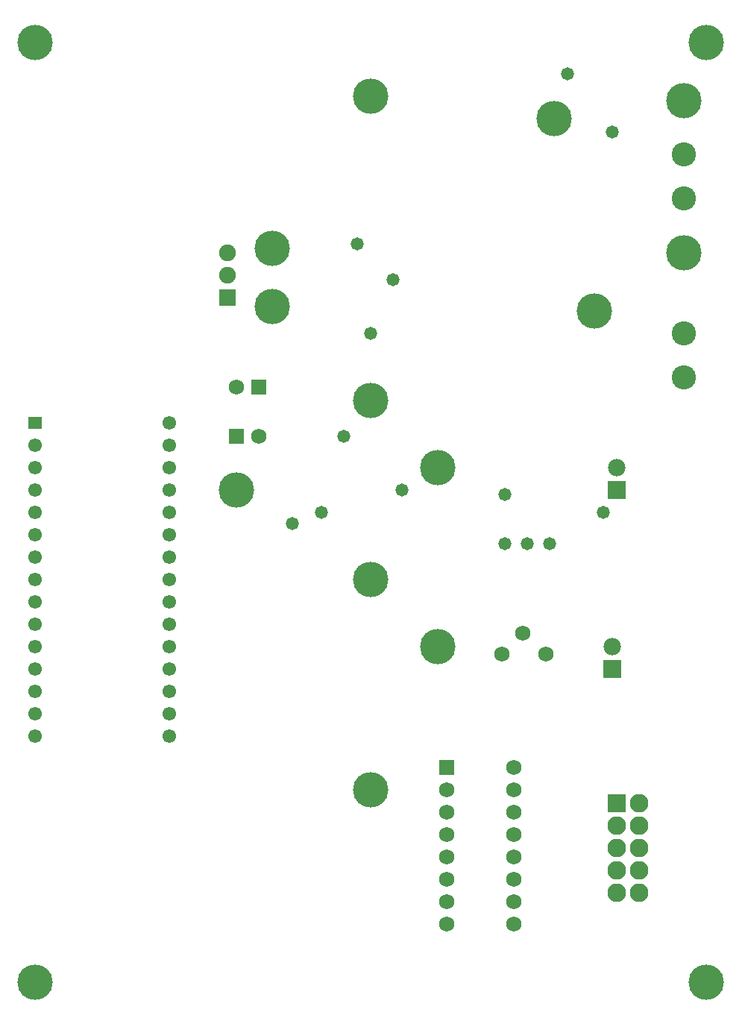
<source format=gbs>
G04 Layer_Color=8150272*
%FSLAX25Y25*%
%MOIN*%
G70*
G01*
G75*
%ADD83C,0.07493*%
%ADD84R,0.07493X0.07493*%
%ADD85R,0.06800X0.06800*%
%ADD86C,0.06800*%
%ADD87R,0.07887X0.07887*%
%ADD88C,0.07800*%
%ADD89C,0.15800*%
%ADD90C,0.05800*%
%ADD91R,0.08300X0.08300*%
%ADD92C,0.08300*%
%ADD93C,0.10800*%
%ADD94R,0.06300X0.05800*%
%ADD95O,0.06300X0.05800*%
D83*
X386000Y436000D02*
D03*
Y426000D02*
D03*
D84*
Y416000D02*
D03*
D85*
X390000Y354000D02*
D03*
X400000Y376000D02*
D03*
X484000Y206000D02*
D03*
D86*
X400000Y354000D02*
D03*
X390000Y376000D02*
D03*
X528185Y256500D02*
D03*
X518000Y266000D02*
D03*
X508500Y256500D02*
D03*
X484000Y196000D02*
D03*
Y186000D02*
D03*
Y176000D02*
D03*
Y166000D02*
D03*
Y156000D02*
D03*
Y146000D02*
D03*
Y136000D02*
D03*
X514000Y206000D02*
D03*
Y196000D02*
D03*
Y186000D02*
D03*
Y176000D02*
D03*
Y166000D02*
D03*
Y156000D02*
D03*
Y146000D02*
D03*
Y136000D02*
D03*
D87*
X560000Y330000D02*
D03*
X558000Y250000D02*
D03*
D88*
X560000Y340000D02*
D03*
X558000Y260000D02*
D03*
D89*
X390000Y330000D02*
D03*
X480000Y340000D02*
D03*
X450000Y196000D02*
D03*
X480000Y260000D02*
D03*
X450000Y506000D02*
D03*
X590000Y436000D02*
D03*
X532000Y496000D02*
D03*
X590000Y504000D02*
D03*
X550000Y410000D02*
D03*
X450000Y370000D02*
D03*
X406000Y412000D02*
D03*
Y438000D02*
D03*
X450000Y290000D02*
D03*
X600000Y110000D02*
D03*
X300000D02*
D03*
X600000Y530000D02*
D03*
X300000D02*
D03*
D90*
X510000Y306000D02*
D03*
X520000D02*
D03*
X530000D02*
D03*
X438000Y354000D02*
D03*
X428000Y320000D02*
D03*
X415000Y315000D02*
D03*
X450000Y400000D02*
D03*
X460000Y424000D02*
D03*
X444000Y440000D02*
D03*
X554000Y320000D02*
D03*
X510000Y328000D02*
D03*
X464000Y330000D02*
D03*
X538000Y516000D02*
D03*
X558000Y490000D02*
D03*
D91*
X560000Y190000D02*
D03*
D92*
X570000D02*
D03*
X560000Y180000D02*
D03*
X570000D02*
D03*
X560000Y170000D02*
D03*
X570000D02*
D03*
X560000Y160000D02*
D03*
X570000D02*
D03*
X560000Y150000D02*
D03*
X570000D02*
D03*
D93*
X590000Y460157D02*
D03*
Y479843D02*
D03*
Y380157D02*
D03*
Y399843D02*
D03*
D94*
X300000Y360000D02*
D03*
D95*
Y350000D02*
D03*
Y340000D02*
D03*
Y330000D02*
D03*
Y320000D02*
D03*
Y310000D02*
D03*
Y300000D02*
D03*
Y290000D02*
D03*
Y280000D02*
D03*
Y270000D02*
D03*
Y260000D02*
D03*
Y250000D02*
D03*
Y240000D02*
D03*
Y230000D02*
D03*
Y220000D02*
D03*
X360000Y360000D02*
D03*
Y350000D02*
D03*
Y340000D02*
D03*
Y330000D02*
D03*
Y320000D02*
D03*
Y310000D02*
D03*
Y300000D02*
D03*
Y290000D02*
D03*
Y280000D02*
D03*
Y270000D02*
D03*
Y260000D02*
D03*
Y250000D02*
D03*
Y240000D02*
D03*
Y230000D02*
D03*
Y220000D02*
D03*
M02*

</source>
